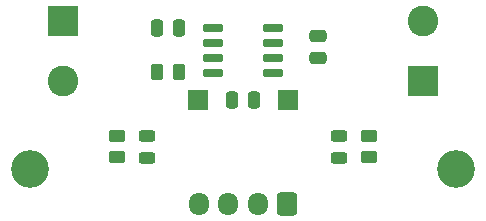
<source format=gbr>
%TF.GenerationSoftware,KiCad,Pcbnew,(6.0.0)*%
%TF.CreationDate,2022-12-15T23:32:01-05:00*%
%TF.ProjectId,FanExpander,46616e45-7870-4616-9e64-65722e6b6963,rev?*%
%TF.SameCoordinates,Original*%
%TF.FileFunction,Soldermask,Top*%
%TF.FilePolarity,Negative*%
%FSLAX46Y46*%
G04 Gerber Fmt 4.6, Leading zero omitted, Abs format (unit mm)*
G04 Created by KiCad (PCBNEW (6.0.0)) date 2022-12-15 23:32:01*
%MOMM*%
%LPD*%
G01*
G04 APERTURE LIST*
G04 Aperture macros list*
%AMRoundRect*
0 Rectangle with rounded corners*
0 $1 Rounding radius*
0 $2 $3 $4 $5 $6 $7 $8 $9 X,Y pos of 4 corners*
0 Add a 4 corners polygon primitive as box body*
4,1,4,$2,$3,$4,$5,$6,$7,$8,$9,$2,$3,0*
0 Add four circle primitives for the rounded corners*
1,1,$1+$1,$2,$3*
1,1,$1+$1,$4,$5*
1,1,$1+$1,$6,$7*
1,1,$1+$1,$8,$9*
0 Add four rect primitives between the rounded corners*
20,1,$1+$1,$2,$3,$4,$5,0*
20,1,$1+$1,$4,$5,$6,$7,0*
20,1,$1+$1,$6,$7,$8,$9,0*
20,1,$1+$1,$8,$9,$2,$3,0*%
G04 Aperture macros list end*
%ADD10R,2.600000X2.600000*%
%ADD11C,2.600000*%
%ADD12RoundRect,0.250000X0.475000X-0.250000X0.475000X0.250000X-0.475000X0.250000X-0.475000X-0.250000X0*%
%ADD13RoundRect,0.250000X-0.250000X-0.475000X0.250000X-0.475000X0.250000X0.475000X-0.250000X0.475000X0*%
%ADD14RoundRect,0.150000X-0.725000X-0.150000X0.725000X-0.150000X0.725000X0.150000X-0.725000X0.150000X0*%
%ADD15RoundRect,0.243750X-0.456250X0.243750X-0.456250X-0.243750X0.456250X-0.243750X0.456250X0.243750X0*%
%ADD16R,1.700000X1.700000*%
%ADD17RoundRect,0.250000X0.600000X0.725000X-0.600000X0.725000X-0.600000X-0.725000X0.600000X-0.725000X0*%
%ADD18O,1.700000X1.950000*%
%ADD19RoundRect,0.250000X-0.450000X0.262500X-0.450000X-0.262500X0.450000X-0.262500X0.450000X0.262500X0*%
%ADD20C,3.200000*%
%ADD21RoundRect,0.250000X0.262500X0.450000X-0.262500X0.450000X-0.262500X-0.450000X0.262500X-0.450000X0*%
G04 APERTURE END LIST*
D10*
%TO.C,J3*%
X115240000Y-102540000D03*
D11*
X115240000Y-97460000D03*
%TD*%
D12*
%TO.C,C2*%
X106350000Y-100630000D03*
X106350000Y-98730000D03*
%TD*%
D13*
%TO.C,C3*%
X99050000Y-104191000D03*
X100950000Y-104191000D03*
%TD*%
D14*
%TO.C,U1*%
X97425000Y-98095000D03*
X97425000Y-99365000D03*
X97425000Y-100635000D03*
X97425000Y-101905000D03*
X102575000Y-101905000D03*
X102575000Y-100635000D03*
X102575000Y-99365000D03*
X102575000Y-98095000D03*
%TD*%
D15*
%TO.C,D2*%
X108128000Y-107190500D03*
X108128000Y-109065500D03*
%TD*%
%TO.C,D1*%
X91872000Y-107190500D03*
X91872000Y-109065500D03*
%TD*%
D10*
%TO.C,J2*%
X84760000Y-97460000D03*
D11*
X84760000Y-102540000D03*
%TD*%
D16*
%TO.C,J5*%
X103810000Y-104191000D03*
%TD*%
D17*
%TO.C,J1*%
X103750000Y-113000000D03*
D18*
X101250000Y-113000000D03*
X98750000Y-113000000D03*
X96250000Y-113000000D03*
%TD*%
D19*
%TO.C,R2*%
X89332000Y-107215500D03*
X89332000Y-109040500D03*
%TD*%
D20*
%TO.C,H2*%
X118000000Y-110000000D03*
%TD*%
D19*
%TO.C,R3*%
X110668000Y-107215500D03*
X110668000Y-109040500D03*
%TD*%
D13*
%TO.C,C1*%
X92700000Y-98095000D03*
X94600000Y-98095000D03*
%TD*%
D16*
%TO.C,J4*%
X96190000Y-104191000D03*
%TD*%
D21*
%TO.C,R1*%
X94562500Y-101778000D03*
X92737500Y-101778000D03*
%TD*%
D20*
%TO.C,H1*%
X82000000Y-110000000D03*
%TD*%
M02*

</source>
